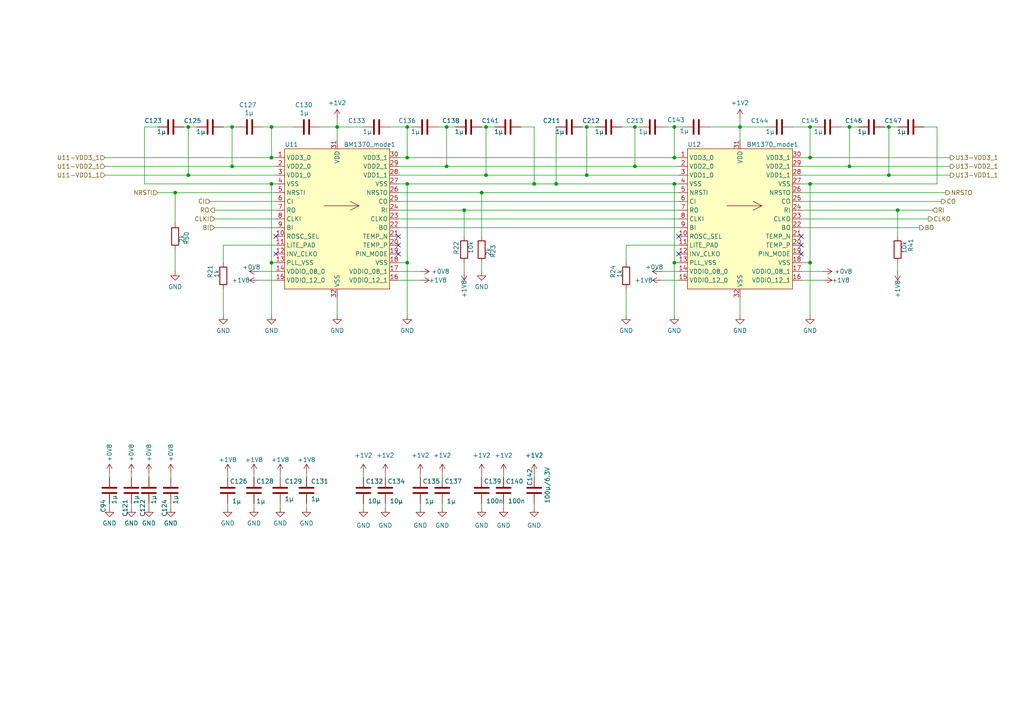
<source format=kicad_sch>
(kicad_sch (version 20231120) (generator "eeschema") (generator_version "8.0")
  (paper "A4")
  (lib_symbols
    (symbol "Device:C" (pin_numbers hide) (pin_names (offset 0.254))
      (property "Reference" "C" (at 0.635 2.54 0))
      (property "Value" "C" (at 0.635 -2.54 0))
      (symbol "C_0_1"
        (polyline (pts (xy -2.032 -0.762) (xy 2.032 -0.762)) (stroke (width 0.508)))
        (polyline (pts (xy -2.032 0.762) (xy 2.032 0.762)) (stroke (width 0.508)))
      )
      (symbol "C_1_1"
        (pin passive line (at 0 3.81 270) (length 2.794) (name "~") (number "1"))
        (pin passive line (at 0 -3.81 90) (length 2.794) (name "~") (number "2"))
      )
    )
    (symbol "Device:R" (pin_numbers hide) (pin_names (offset 0))
      (property "Reference" "R" (at 2.032 0 90))
      (property "Value" "R" (at 0 0 90))
      (symbol "R_0_1"
        (rectangle (start -1.016 -2.54) (end 1.016 2.54) (stroke (width 0.254)))
      )
      (symbol "R_1_1"
        (pin passive line (at 0 3.81 270) (length 1.27) (name "~") (number "1"))
        (pin passive line (at 0 -3.81 90) (length 1.27) (name "~") (number "2"))
      )
    )
    (symbol "GND_7" (power) (pin_names (offset 0))
      (property "Value" "GND_7" (at 0 -3.81 0))
      (symbol "GND_7_0_1"
        (polyline (pts (xy 0 0) (xy 0 -1.27) (xy 1.27 -1.27) (xy 0 -2.54) (xy -1.27 -1.27) (xy 0 -1.27)))
      )
      (symbol "GND_7_1_1"
        (pin power_in line (at 0 0 270) (length 0) hide (name "GND") (number "1"))
      )
    )
    (symbol "bitaxe:BM1370_mode1"
      (property "Reference" "U4" (at -15.24 21.59 0))
      (property "Value" "BM1370_mode1" (at 1.905 21.59 0))
      (symbol "BM1370_mode1_0_1"
        (rectangle (start -15.24 20.32) (end 15.24 -20.32) (fill (type background)))
        (polyline (pts (xy -3.81 3.81) (xy 6.35 3.81)))
        (polyline (pts (xy 3.81 2.54) (xy 6.35 3.81)))
        (polyline (pts (xy 3.81 5.08) (xy 6.35 3.81)))
      )
      (symbol "BM1370_mode1_1_1"
        (pin power_in line (at -17.78 17.78 0) (length 2.54) (name "VDD3_0") (number "1"))
        (pin unspecified line (at -17.78 -5.08 0) (length 2.54) (name "ROSC_SEL") (number "10"))
        (pin unspecified line (at -17.78 -7.62 0) (length 2.54) (name "LITE_PAD") (number "11"))
        (pin unspecified line (at -17.78 -10.16 0) (length 2.54) (name "INV_CLKO") (number "12"))
        (pin power_in line (at -17.78 -12.7 0) (length 2.54) (name "PLL_VSS") (number "13"))
        (pin power_in line (at -17.78 -15.24 0) (length 2.54) (name "VDDIO_08_0") (number "14"))
        (pin power_in line (at -17.78 -17.78 0) (length 2.54) (name "VDDIO_12_0") (number "15"))
        (pin power_in line (at 17.78 -17.78 180) (length 2.54) (name "VDDIO_12_1") (number "16"))
        (pin power_in line (at 17.78 -15.24 180) (length 2.54) (name "VDDIO_08_1") (number "17"))
        (pin power_in line (at 17.78 -12.7 180) (length 2.54) (name "VSS") (number "18"))
        (pin input line (at 17.78 -10.16 180) (length 2.54) (name "PIN_MODE") (number "19"))
        (pin power_in line (at -17.78 15.24 0) (length 2.54) (name "VDD2_0") (number "2"))
        (pin unspecified line (at 17.78 -7.62 180) (length 2.54) (name "TEMP_P") (number "20"))
        (pin unspecified line (at 17.78 -5.08 180) (length 2.54) (name "TEMP_N") (number "21"))
        (pin output line (at 17.78 -2.54 180) (length 2.54) (name "BO") (number "22"))
        (pin output line (at 17.78 0 180) (length 2.54) (name "CLKO") (number "23"))
        (pin input line (at 17.78 2.54 180) (length 2.54) (name "RI") (number "24"))
        (pin output line (at 17.78 5.08 180) (length 2.54) (name "CO") (number "25"))
        (pin output line (at 17.78 7.62 180) (length 2.54) (name "NRSTO") (number "26"))
        (pin power_in line (at 17.78 10.16 180) (length 2.54) (name "VSS") (number "27"))
        (pin power_in line (at 17.78 12.7 180) (length 2.54) (name "VDD1_1") (number "28"))
        (pin power_in line (at 17.78 15.24 180) (length 2.54) (name "VDD2_1") (number "29"))
        (pin power_in line (at -17.78 12.7 0) (length 2.54) (name "VDD1_0") (number "3"))
        (pin power_in line (at 17.78 17.78 180) (length 2.54) (name "VDD3_1") (number "30"))
        (pin power_in line (at 0 22.86 270) (length 2.54) (name "VDD") (number "31"))
        (pin power_in line (at 0 -22.86 90) (length 2.54) (name "VSS") (number "32"))
        (pin power_in line (at -17.78 10.16 0) (length 2.54) (name "VSS") (number "4"))
        (pin input line (at -17.78 7.62 0) (length 2.54) (name "NRSTI") (number "5"))
        (pin input line (at -17.78 5.08 0) (length 2.54) (name "CI") (number "6"))
        (pin output line (at -17.78 2.54 0) (length 2.54) (name "RO") (number "7"))
        (pin input line (at -17.78 0 0) (length 2.54) (name "CLKI") (number "8"))
        (pin input line (at -17.78 -2.54 0) (length 2.54) (name "BI") (number "9"))
      )
    )
    (symbol "mylib7:+0V8" (power) (exclude_from_sim yes) (in_bom no) (on_board no)
      (property "Value" "+0V8" (at 0 3.175 90))
      (symbol "+0V8_0_1"
        (polyline (pts (xy -0.762 1.27) (xy 0 2.54)))
        (polyline (pts (xy 0 0) (xy 0 2.54)))
        (polyline (pts (xy 0 2.54) (xy 0.762 1.27)))
      )
      (symbol "+0V8_1_1"
        (pin power_in line (at 0 0 90) (length 0) hide (name "+0V8") (number "1"))
      )
    )
    (symbol "power:+1V2" (power) (pin_names (offset 0))
      (property "Value" "+1V2" (at 0 3.556 0))
      (symbol "+1V2_0_1"
        (polyline (pts (xy -0.762 1.27) (xy 0 2.54)))
        (polyline (pts (xy 0 0) (xy 0 2.54)))
        (polyline (pts (xy 0 2.54) (xy 0.762 1.27)))
      )
      (symbol "+1V2_1_1"
        (pin power_in line (at 0 0 90) (length 0) hide (name "+1V2") (number "1"))
      )
    )
    (symbol "power:+1V8" (power) (pin_names (offset 0))
      (property "Value" "+1V8" (at 0 3.556 0))
      (symbol "+1V8_0_1"
        (polyline (pts (xy -0.762 1.27) (xy 0 2.54)))
        (polyline (pts (xy 0 0) (xy 0 2.54)))
        (polyline (pts (xy 0 2.54) (xy 0.762 1.27)))
      )
      (symbol "+1V8_1_1"
        (pin power_in line (at 0 0 90) (length 0) hide (name "+1V8") (number "1"))
      )
    )
    (symbol "power:GND" (power) (pin_names (offset 0))
      (property "Value" "GND" (at 0 -3.81 0))
      (symbol "GND_0_1"
        (polyline (pts (xy 0 0) (xy 0 -1.27) (xy 1.27 -1.27) (xy 0 -2.54) (xy -1.27 -1.27) (xy 0 -1.27)))
      )
      (symbol "GND_1_1"
        (pin power_in line (at 0 0 270) (length 0) hide (name "GND") (number "1"))
      )
    )
  )
  (junction (at 118.11 45.72))
  (junction (at 234.95 45.72))
  (junction (at 257.81 50.8))
  (junction (at 184.15 36.83))
  (junction (at 67.31 36.83))
  (junction (at 118.11 36.83))
  (junction (at 170.18 50.8))
  (junction (at 246.38 36.83))
  (junction (at 257.81 36.83))
  (junction (at 78.74 76.2))
  (junction (at 140.97 50.8))
  (junction (at 154.94 53.34))
  (junction (at 195.58 36.83))
  (junction (at 50.8 55.88))
  (junction (at 78.74 45.72))
  (junction (at 54.61 50.8))
  (junction (at 139.7 55.88))
  (junction (at 134.62 60.96))
  (junction (at 67.31 48.26))
  (junction (at 234.95 53.34))
  (junction (at 246.38 48.26))
  (junction (at 234.95 76.2))
  (junction (at 97.79 36.83))
  (junction (at 78.74 36.83))
  (junction (at 195.58 45.72))
  (junction (at 129.54 36.83))
  (junction (at 184.15 48.26))
  (junction (at 118.11 53.34))
  (junction (at 214.63 36.83))
  (junction (at 78.74 53.34))
  (junction (at 195.58 76.2))
  (junction (at 118.11 76.2))
  (junction (at 140.97 36.83))
  (junction (at 260.35 60.96))
  (junction (at 234.95 36.83))
  (junction (at 129.54 48.26))
  (junction (at 54.61 36.83))
  (junction (at 170.18 36.83))
  (junction (at 161.29 53.34))
  (junction (at 195.58 53.34))
  (no_connect (at 196.85 68.58))
  (no_connect (at 115.57 68.58))
  (no_connect (at 115.57 73.66))
  (no_connect (at 196.85 73.66))
  (no_connect (at 232.41 73.66))
  (no_connect (at 115.57 71.12))
  (no_connect (at 232.41 71.12))
  (no_connect (at 80.01 68.58))
  (no_connect (at 80.01 73.66))
  (no_connect (at 232.41 68.58))
  (wire (pts (xy 115.57 50.8) (xy 140.97 50.8)))
  (wire (pts (xy 139.7 146.05) (xy 139.7 147.32)))
  (wire (pts (xy 170.18 36.83) (xy 172.72 36.83)))
  (wire (pts (xy 260.35 60.96) (xy 260.35 68.58)))
  (wire (pts (xy 271.78 53.34) (xy 271.78 36.83)))
  (wire (pts (xy 196.85 53.34) (xy 195.58 53.34)))
  (wire (pts (xy 154.94 36.83) (xy 151.13 36.83)))
  (wire (pts (xy 234.95 53.34) (xy 234.95 76.2)))
  (wire (pts (xy 246.38 48.26) (xy 246.38 36.83)))
  (wire (pts (xy 74.93 81.28) (xy 80.01 81.28)))
  (wire (pts (xy 234.95 53.34) (xy 271.78 53.34)))
  (wire (pts (xy 257.81 50.8) (xy 275.59 50.8)))
  (wire (pts (xy 181.61 71.12) (xy 196.85 71.12)))
  (wire (pts (xy 214.63 34.29) (xy 214.63 36.83)))
  (wire (pts (xy 88.9 146.05) (xy 88.9 147.32)))
  (wire (pts (xy 121.92 146.05) (xy 121.92 147.32)))
  (wire (pts (xy 234.95 36.83) (xy 236.22 36.83)))
  (wire (pts (xy 191.77 81.28) (xy 196.85 81.28)))
  (wire (pts (xy 260.35 76.2) (xy 260.35 78.74)))
  (wire (pts (xy 232.41 53.34) (xy 234.95 53.34)))
  (wire (pts (xy 134.62 60.96) (xy 196.85 60.96)))
  (wire (pts (xy 97.79 34.29) (xy 97.79 36.83)))
  (wire (pts (xy 198.12 36.83) (xy 195.58 36.83)))
  (wire (pts (xy 181.61 83.82) (xy 181.61 91.44)))
  (wire (pts (xy 195.58 76.2) (xy 195.58 91.44)))
  (wire (pts (xy 88.9 138.43) (xy 88.9 137.16)))
  (wire (pts (xy 97.79 86.36) (xy 97.79 91.44)))
  (wire (pts (xy 161.29 53.34) (xy 195.58 53.34)))
  (wire (pts (xy 154.94 53.34) (xy 154.94 36.83)))
  (wire (pts (xy 139.7 36.83) (xy 140.97 36.83)))
  (wire (pts (xy 118.11 53.34) (xy 154.94 53.34)))
  (wire (pts (xy 154.94 53.34) (xy 161.29 53.34)))
  (wire (pts (xy 118.11 76.2) (xy 118.11 91.44)))
  (wire (pts (xy 43.18 137.16) (xy 43.18 138.43)))
  (wire (pts (xy 78.74 76.2) (xy 78.74 91.44)))
  (wire (pts (xy 78.74 53.34) (xy 78.74 76.2)))
  (wire (pts (xy 78.74 53.34) (xy 41.91 53.34)))
  (wire (pts (xy 128.27 146.05) (xy 128.27 147.32)))
  (wire (pts (xy 49.53 137.16) (xy 49.53 138.43)))
  (wire (pts (xy 64.77 71.12) (xy 64.77 76.2)))
  (wire (pts (xy 67.31 36.83) (xy 68.58 36.83)))
  (wire (pts (xy 115.57 66.04) (xy 196.85 66.04)))
  (wire (pts (xy 128.27 137.16) (xy 128.27 138.43)))
  (wire (pts (xy 73.66 137.16) (xy 73.66 138.43)))
  (wire (pts (xy 134.62 60.96) (xy 134.62 68.58)))
  (wire (pts (xy 191.77 78.74) (xy 196.85 78.74)))
  (wire (pts (xy 97.79 36.83) (xy 97.79 40.64)))
  (wire (pts (xy 271.78 36.83) (xy 267.97 36.83)))
  (wire (pts (xy 113.03 36.83) (xy 118.11 36.83)))
  (wire (pts (xy 115.57 45.72) (xy 118.11 45.72)))
  (wire (pts (xy 234.95 45.72) (xy 234.95 36.83)))
  (wire (pts (xy 31.75 137.16) (xy 31.75 138.43)))
  (wire (pts (xy 41.91 53.34) (xy 41.91 36.83)))
  (wire (pts (xy 50.8 72.39) (xy 50.8 78.74)))
  (wire (pts (xy 111.76 146.05) (xy 111.76 147.32)))
  (wire (pts (xy 154.94 137.16) (xy 154.94 138.43)))
  (wire (pts (xy 170.18 50.8) (xy 196.85 50.8)))
  (wire (pts (xy 81.28 138.43) (xy 81.28 137.16)))
  (wire (pts (xy 129.54 48.26) (xy 129.54 36.83)))
  (wire (pts (xy 54.61 36.83) (xy 57.15 36.83)))
  (wire (pts (xy 115.57 78.74) (xy 121.92 78.74)))
  (wire (pts (xy 232.41 76.2) (xy 234.95 76.2)))
  (wire (pts (xy 78.74 36.83) (xy 85.09 36.83)))
  (wire (pts (xy 50.8 55.88) (xy 50.8 64.77)))
  (wire (pts (xy 31.75 146.05) (xy 31.75 147.32)))
  (wire (pts (xy 184.15 36.83) (xy 184.15 48.26)))
  (wire (pts (xy 129.54 48.26) (xy 184.15 48.26)))
  (wire (pts (xy 64.77 71.12) (xy 80.01 71.12)))
  (wire (pts (xy 232.41 55.88) (xy 274.32 55.88)))
  (wire (pts (xy 269.24 63.5) (xy 232.41 63.5)))
  (wire (pts (xy 38.1 146.05) (xy 38.1 147.32)))
  (wire (pts (xy 54.61 50.8) (xy 80.01 50.8)))
  (wire (pts (xy 115.57 53.34) (xy 118.11 53.34)))
  (wire (pts (xy 54.61 50.8) (xy 54.61 36.83)))
  (wire (pts (xy 115.57 81.28) (xy 121.92 81.28)))
  (wire (pts (xy 38.1 137.16) (xy 38.1 138.43)))
  (wire (pts (xy 257.81 36.83) (xy 260.35 36.83)))
  (wire (pts (xy 181.61 71.12) (xy 181.61 76.2)))
  (wire (pts (xy 161.29 36.83) (xy 161.29 53.34)))
  (wire (pts (xy 195.58 76.2) (xy 196.85 76.2)))
  (wire (pts (xy 256.54 36.83) (xy 257.81 36.83)))
  (wire (pts (xy 232.41 81.28) (xy 238.76 81.28)))
  (wire (pts (xy 180.34 36.83) (xy 184.15 36.83)))
  (wire (pts (xy 232.41 66.04) (xy 266.7 66.04)))
  (wire (pts (xy 146.05 137.16) (xy 146.05 138.43)))
  (wire (pts (xy 64.77 83.82) (xy 64.77 91.44)))
  (wire (pts (xy 30.48 45.72) (xy 78.74 45.72)))
  (wire (pts (xy 214.63 36.83) (xy 222.25 36.83)))
  (wire (pts (xy 170.18 36.83) (xy 170.18 50.8)))
  (wire (pts (xy 62.23 63.5) (xy 80.01 63.5)))
  (wire (pts (xy 195.58 45.72) (xy 196.85 45.72)))
  (wire (pts (xy 140.97 36.83) (xy 143.51 36.83)))
  (wire (pts (xy 41.91 36.83) (xy 45.72 36.83)))
  (wire (pts (xy 195.58 53.34) (xy 195.58 76.2)))
  (wire (pts (xy 115.57 58.42) (xy 196.85 58.42)))
  (wire (pts (xy 127 36.83) (xy 129.54 36.83)))
  (wire (pts (xy 140.97 50.8) (xy 170.18 50.8)))
  (wire (pts (xy 232.41 48.26) (xy 246.38 48.26)))
  (wire (pts (xy 67.31 48.26) (xy 67.31 36.83)))
  (wire (pts (xy 115.57 48.26) (xy 129.54 48.26)))
  (wire (pts (xy 168.91 36.83) (xy 170.18 36.83)))
  (wire (pts (xy 115.57 60.96) (xy 134.62 60.96)))
  (wire (pts (xy 50.8 55.88) (xy 80.01 55.88)))
  (wire (pts (xy 78.74 45.72) (xy 80.01 45.72)))
  (wire (pts (xy 139.7 76.2) (xy 139.7 78.74)))
  (wire (pts (xy 74.93 78.74) (xy 80.01 78.74)))
  (wire (pts (xy 43.18 146.05) (xy 43.18 147.32)))
  (wire (pts (xy 232.41 45.72) (xy 234.95 45.72)))
  (wire (pts (xy 205.74 36.83) (xy 214.63 36.83)))
  (wire (pts (xy 111.76 137.16) (xy 111.76 138.43)))
  (wire (pts (xy 62.23 66.04) (xy 80.01 66.04)))
  (wire (pts (xy 118.11 36.83) (xy 119.38 36.83)))
  (wire (pts (xy 64.77 36.83) (xy 67.31 36.83)))
  (wire (pts (xy 118.11 45.72) (xy 195.58 45.72)))
  (wire (pts (xy 246.38 48.26) (xy 275.59 48.26)))
  (wire (pts (xy 214.63 86.36) (xy 214.63 91.44)))
  (wire (pts (xy 195.58 36.83) (xy 195.58 45.72)))
  (wire (pts (xy 67.31 48.26) (xy 80.01 48.26)))
  (wire (pts (xy 105.41 137.16) (xy 105.41 138.43)))
  (wire (pts (xy 232.41 78.74) (xy 238.76 78.74)))
  (wire (pts (xy 92.71 36.83) (xy 97.79 36.83)))
  (wire (pts (xy 115.57 63.5) (xy 196.85 63.5)))
  (wire (pts (xy 62.23 60.96) (xy 80.01 60.96)))
  (wire (pts (xy 105.41 146.05) (xy 105.41 147.32)))
  (wire (pts (xy 140.97 50.8) (xy 140.97 36.83)))
  (wire (pts (xy 229.87 36.83) (xy 234.95 36.83)))
  (wire (pts (xy 234.95 45.72) (xy 275.59 45.72)))
  (wire (pts (xy 73.66 146.05) (xy 73.66 147.32)))
  (wire (pts (xy 243.84 36.83) (xy 246.38 36.83)))
  (wire (pts (xy 134.62 76.2) (xy 134.62 78.74)))
  (wire (pts (xy 139.7 55.88) (xy 196.85 55.88)))
  (wire (pts (xy 234.95 76.2) (xy 234.95 91.44)))
  (wire (pts (xy 129.54 36.83) (xy 132.08 36.83)))
  (wire (pts (xy 53.34 36.83) (xy 54.61 36.83)))
  (wire (pts (xy 49.53 146.05) (xy 49.53 147.32)))
  (wire (pts (xy 214.63 36.83) (xy 214.63 40.64)))
  (wire (pts (xy 139.7 55.88) (xy 139.7 68.58)))
  (wire (pts (xy 78.74 76.2) (xy 80.01 76.2)))
  (wire (pts (xy 118.11 45.72) (xy 118.11 36.83)))
  (wire (pts (xy 232.41 60.96) (xy 260.35 60.96)))
  (wire (pts (xy 273.05 58.42) (xy 232.41 58.42)))
  (wire (pts (xy 66.04 146.05) (xy 66.04 147.32)))
  (wire (pts (xy 115.57 55.88) (xy 139.7 55.88)))
  (wire (pts (xy 184.15 36.83) (xy 185.42 36.83)))
  (wire (pts (xy 81.28 146.05) (xy 81.28 147.32)))
  (wire (pts (xy 30.48 48.26) (xy 67.31 48.26)))
  (wire (pts (xy 257.81 50.8) (xy 257.81 36.83)))
  (wire (pts (xy 60.96 58.42) (xy 80.01 58.42)))
  (wire (pts (xy 139.7 137.16) (xy 139.7 138.43)))
  (wire (pts (xy 76.2 36.83) (xy 78.74 36.83)))
  (wire (pts (xy 115.57 76.2) (xy 118.11 76.2)))
  (wire (pts (xy 193.04 36.83) (xy 195.58 36.83)))
  (wire (pts (xy 121.92 137.16) (xy 121.92 138.43)))
  (wire (pts (xy 146.05 146.05) (xy 146.05 147.32)))
  (wire (pts (xy 232.41 50.8) (xy 257.81 50.8)))
  (wire (pts (xy 118.11 53.34) (xy 118.11 76.2)))
  (wire (pts (xy 184.15 48.26) (xy 196.85 48.26)))
  (wire (pts (xy 246.38 36.83) (xy 248.92 36.83)))
  (wire (pts (xy 260.35 60.96) (xy 270.51 60.96)))
  (wire (pts (xy 97.79 36.83) (xy 105.41 36.83)))
  (wire (pts (xy 66.04 137.16) (xy 66.04 138.43)))
  (wire (pts (xy 30.48 50.8) (xy 54.61 50.8)))
  (wire (pts (xy 78.74 36.83) (xy 78.74 45.72)))
  (wire (pts (xy 80.01 53.34) (xy 78.74 53.34)))
  (wire (pts (xy 45.72 55.88) (xy 50.8 55.88)))
  (wire (pts (xy 154.94 146.05) (xy 154.94 147.32)))
  (hierarchical_label "NRSTO" (shape output) (at 274.32 55.88 0))
  (hierarchical_label "RI" (shape input) (at 270.51 60.96 0))
  (hierarchical_label "U11-VDD3_1" (shape input) (at 30.48 45.72 180))
  (hierarchical_label "BI" (shape input) (at 62.23 66.04 180))
  (hierarchical_label "U13-VDD2_1" (shape output) (at 275.59 48.26 0))
  (hierarchical_label "CLKO" (shape output) (at 269.24 63.5 0))
  (hierarchical_label "CI" (shape input) (at 60.96 58.42 180))
  (hierarchical_label "U11-VDD1_1" (shape input) (at 30.48 50.8 180))
  (hierarchical_label "U11-VDD2_1" (shape input) (at 30.48 48.26 180))
  (hierarchical_label "BO" (shape output) (at 266.7 66.04 0))
  (hierarchical_label "CO" (shape output) (at 273.05 58.42 0))
  (hierarchical_label "RO" (shape output) (at 62.23 60.96 180))
  (hierarchical_label "NRSTI" (shape input) (at 45.72 55.88 180))
  (hierarchical_label "U13-VDD1_1" (shape output) (at 275.59 50.8 0))
  (hierarchical_label "CLKI" (shape input) (at 62.23 63.5 180))
  (hierarchical_label "U13-VDD3_1" (shape output) (at 275.59 45.72 0))
  (symbol (lib_id "bitaxe:BM1370_mode1") (at 214.63 63.5 0) (unit 1)
    (property "Reference" "U12" (at 199.39 41.91 0) (effects (justify left)))
    (property "Value" "BM1370_mode1" (at 216.535 41.91 0) (effects (justify left)))
    (property "Footprint" "Nerd8:BM1370" (effects (hide yes)))
  )
  (symbol (lib_id "power:+1V2") (at 139.7 137.16 0) (unit 1)
    (property "Reference" "#PWR0260" (effects (hide yes)))
    (property "Value" "+1V2" (at 139.7 132.08 0))
  )
  (symbol (lib_id "Device:C") (at 123.19 36.83 90) (unit 1)
    (property "Reference" "C136" (at 120.65 34.29 90) (effects (justify left bottom)))
    (property "Value" "1µ" (at 121.92 37.465 90) (effects (justify left bottom)))
    (property "Footprint" "Capacitor_SMD:C_0805_2012Metric" (effects (hide yes)))
  )
  (symbol (lib_id "power:GND") (at 64.77 91.44 0) (mirror y) (unit 1)
    (property "Reference" "#PWR0234" (effects (hide yes)))
    (property "Value" "GND" (at 64.77 95.885 0))
  )
  (symbol (lib_id "Device:C") (at 121.92 142.24 0) (unit 1)
    (property "Reference" "C135" (at 122.555 140.335 0) (effects (justify left bottom)))
    (property "Value" "1µ" (at 123.19 146.05 0) (effects (justify left bottom)))
    (property "Footprint" "Capacitor_SMD:C_0805_2012Metric" (effects (hide yes)))
  )
  (symbol (lib_id "power:+1V8") (at 88.9 137.16 0) (unit 1)
    (property "Reference" "#PWR0244" (effects (hide yes)))
    (property "Value" "+1V8" (at 88.9 133.35 0))
  )
  (symbol (lib_id "power:+1V8") (at 81.28 137.16 0) (unit 1)
    (property "Reference" "#PWR0242" (effects (hide yes)))
    (property "Value" "+1V8" (at 81.28 133.35 0))
  )
  (symbol (lib_id "Device:C") (at 165.1 36.83 90) (unit 1)
    (property "Reference" "C211" (at 162.56 34.29 90) (effects (justify left bottom)))
    (property "Value" "1µ" (at 163.83 37.465 90) (effects (justify left bottom)))
    (property "Footprint" "Capacitor_SMD:C_0805_2012Metric" (effects (hide yes)))
  )
  (symbol (lib_id "Device:C") (at 264.16 36.83 90) (unit 1)
    (property "Reference" "C147" (at 261.62 34.29 90) (effects (justify left bottom)))
    (property "Value" "1µ" (at 262.89 37.465 90) (effects (justify left bottom)))
    (property "Footprint" "Capacitor_SMD:C_0805_2012Metric" (effects (hide yes)))
  )
  (symbol (lib_id "power:GND") (at 139.7 78.74 0) (mirror y) (unit 1)
    (property "Reference" "#PWR0259" (effects (hide yes)))
    (property "Value" "GND" (at 139.7 83.185 0))
  )
  (symbol (lib_id "power:+1V8") (at 134.62 78.74 180) (unit 1)
    (property "Reference" "#PWR0258" (effects (hide yes)))
    (property "Value" "+1V8" (at 134.62 83.82 90))
  )
  (symbol (lib_id "Device:C") (at 66.04 142.24 0) (unit 1)
    (property "Reference" "C126" (at 66.675 140.335 0) (effects (justify left bottom)))
    (property "Value" "1µ" (at 67.31 146.05 0) (effects (justify left bottom)))
    (property "Footprint" "Capacitor_SMD:C_0805_2012Metric" (effects (hide yes)))
  )
  (symbol (lib_id "power:+1V8") (at 73.66 137.16 0) (unit 1)
    (property "Reference" "#PWR0238" (effects (hide yes)))
    (property "Value" "+1V8" (at 73.66 133.35 0))
  )
  (symbol (lib_id "mylib7:+0V8") (at 38.1 137.16 0) (unit 1)
    (property "Reference" "#U019" (effects (hide yes)))
    (property "Value" "+0V8" (at 38.1 133.985 90) (effects (justify left)))
    (property "Distributor" "-" (effects (hide yes)))
  )
  (symbol (lib_id "Device:C") (at 88.9 142.24 0) (unit 1)
    (property "Reference" "C131" (at 90.17 140.335 0) (effects (justify left bottom)))
    (property "Value" "1µ" (at 90.17 145.415 0) (effects (justify left bottom)))
    (property "Footprint" "Capacitor_SMD:C_0805_2012Metric" (effects (hide yes)))
  )
  (symbol (lib_id "power:+1V2") (at 214.63 34.29 0) (unit 1)
    (property "Reference" "#PWR0269" (effects (hide yes)))
    (property "Value" "+1V2" (at 214.63 29.845 0))
  )
  (symbol (lib_id "power:+1V2") (at 128.27 137.16 0) (unit 1)
    (property "Reference" "#PWR0256" (effects (hide yes)))
    (property "Value" "+1V2" (at 128.27 132.08 0))
  )
  (symbol (lib_id "Device:C") (at 109.22 36.83 90) (unit 1)
    (property "Reference" "C133" (at 106.045 34.29 90) (effects (justify left bottom)))
    (property "Value" "1µ" (at 107.95 37.465 90) (effects (justify left bottom)))
    (property "Footprint" "Capacitor_SMD:C_0805_2012Metric" (effects (hide yes)))
  )
  (symbol (lib_id "power:+1V8") (at 121.92 81.28 270) (unit 1)
    (property "Reference" "#PWR0253" (effects (hide yes)))
    (property "Value" "+1V8" (at 127 81.28 90))
  )
  (symbol (lib_id "power:GND") (at 195.58 91.44 0) (mirror y) (unit 1)
    (property "Reference" "#PWR0268" (effects (hide yes)))
    (property "Value" "GND" (at 195.58 95.885 0))
  )
  (symbol (lib_id "Device:R") (at 260.35 72.39 0) (unit 1)
    (property "Reference" "R41" (at 264.16 71.12 90))
    (property "Value" "10k" (at 262.255 71.755 90))
    (property "Footprint" "Resistor_SMD:R_0805_2012Metric" (effects (hide yes)))
  )
  (symbol (lib_name "GND_7") (lib_id "power:GND") (at 121.92 147.32 0) (unit 1)
    (property "Reference" "#PWR0255" (effects (hide yes)))
    (property "Value" "GND" (at 121.92 152.4 0))
  )
  (symbol (lib_id "power:GND") (at 78.74 91.44 0) (mirror y) (unit 1)
    (property "Reference" "#PWR0241" (effects (hide yes)))
    (property "Value" "GND" (at 78.74 95.885 0))
  )
  (symbol (lib_id "Device:C") (at 240.03 36.83 90) (unit 1)
    (property "Reference" "C145" (at 237.49 34.29 90) (effects (justify left bottom)))
    (property "Value" "1µ" (at 238.76 37.465 90) (effects (justify left bottom)))
    (property "Footprint" "Capacitor_SMD:C_0805_2012Metric" (effects (hide yes)))
  )
  (symbol (lib_id "mylib7:+0V8") (at 74.93 78.74 90) (unit 1)
    (property "Reference" "#U022" (effects (hide yes)))
    (property "Value" "+0V8" (at 75.565 77.47 90) (effects (justify left)))
    (property "Distributor" "-" (effects (hide yes)))
  )
  (symbol (lib_id "power:+1V8") (at 74.93 81.28 90) (unit 1)
    (property "Reference" "#PWR0240" (effects (hide yes)))
    (property "Value" "+1V8" (at 69.85 81.28 90))
  )
  (symbol (lib_id "power:+1V2") (at 105.41 137.16 0) (unit 1)
    (property "Reference" "#PWR0248" (effects (hide yes)))
    (property "Value" "+1V2" (at 105.41 132.08 0))
  )
  (symbol (lib_id "power:GND") (at 43.18 147.32 0) (mirror y) (unit 1)
    (property "Reference" "#PWR0232" (effects (hide yes)))
    (property "Value" "GND" (at 43.18 151.765 0))
  )
  (symbol (lib_id "Device:C") (at 73.66 142.24 0) (unit 1)
    (property "Reference" "C128" (at 74.295 140.335 0) (effects (justify left bottom)))
    (property "Value" "1µ" (at 74.295 146.05 0) (effects (justify left bottom)))
    (property "Footprint" "Capacitor_SMD:C_0805_2012Metric" (effects (hide yes)))
  )
  (symbol (lib_id "power:+1V2") (at 121.92 137.16 0) (unit 1)
    (property "Reference" "#PWR0254" (effects (hide yes)))
    (property "Value" "+1V2" (at 121.92 132.08 0))
  )
  (symbol (lib_id "power:GND") (at 73.66 147.32 0) (mirror y) (unit 1)
    (property "Reference" "#PWR0239" (effects (hide yes)))
    (property "Value" "GND" (at 73.66 151.765 0))
  )
  (symbol (lib_id "power:+1V2") (at 154.94 137.16 0) (unit 1)
    (property "Reference" "#PWR0265" (effects (hide yes)))
    (property "Value" "+1V2" (at 154.94 132.08 0))
  )
  (symbol (lib_id "Device:C") (at 176.53 36.83 90) (unit 1)
    (property "Reference" "C212" (at 173.99 34.29 90) (effects (justify left bottom)))
    (property "Value" "1µ" (at 175.26 37.465 90) (effects (justify left bottom)))
    (property "Footprint" "Capacitor_SMD:C_0805_2012Metric" (effects (hide yes)))
  )
  (symbol (lib_id "power:+1V2") (at 97.79 34.29 0) (unit 1)
    (property "Reference" "#PWR0246" (effects (hide yes)))
    (property "Value" "+1V2" (at 97.79 29.845 0))
  )
  (symbol (lib_name "GND_7") (lib_id "power:GND") (at 105.41 147.32 0) (unit 1)
    (property "Reference" "#PWR0249" (effects (hide yes)))
    (property "Value" "GND" (at 105.41 152.4 0))
  )
  (symbol (lib_id "Device:C") (at 135.89 36.83 90) (unit 1)
    (property "Reference" "C138" (at 133.35 34.29 90) (effects (justify left bottom)))
    (property "Value" "1µ" (at 134.62 37.465 90) (effects (justify left bottom)))
    (property "Footprint" "Capacitor_SMD:C_0805_2012Metric" (effects (hide yes)))
  )
  (symbol (lib_name "GND_7") (lib_id "power:GND") (at 146.05 147.32 0) (unit 1)
    (property "Reference" "#PWR0264" (effects (hide yes)))
    (property "Value" "GND" (at 146.05 152.4 0))
  )
  (symbol (lib_id "Device:C") (at 189.23 36.83 90) (unit 1)
    (property "Reference" "C213" (at 186.69 34.29 90) (effects (justify left bottom)))
    (property "Value" "1µ" (at 187.96 37.465 90) (effects (justify left bottom)))
    (property "Footprint" "Capacitor_SMD:C_0805_2012Metric" (effects (hide yes)))
  )
  (symbol (lib_id "power:GND") (at 81.28 147.32 0) (mirror y) (unit 1)
    (property "Reference" "#PWR0243" (effects (hide yes)))
    (property "Value" "GND" (at 81.28 151.765 0))
  )
  (symbol (lib_id "Device:C") (at 43.18 142.24 180) (unit 1)
    (property "Reference" "C122" (at 40.64 144.78 90) (effects (justify left bottom)))
    (property "Value" "1µ" (at 43.815 143.51 90) (effects (justify left bottom)))
    (property "Footprint" "Capacitor_SMD:C_0805_2012Metric" (effects (hide yes)))
  )
  (symbol (lib_id "Device:C") (at 49.53 36.83 90) (unit 1)
    (property "Reference" "C123" (at 46.99 34.29 90) (effects (justify left bottom)))
    (property "Value" "1µ" (at 48.26 37.465 90) (effects (justify left bottom)))
    (property "Footprint" "Capacitor_SMD:C_0805_2012Metric" (effects (hide yes)))
  )
  (symbol (lib_id "mylib7:+0V8") (at 191.77 78.74 90) (unit 1)
    (property "Reference" "#U024" (effects (hide yes)))
    (property "Value" "+0V8" (at 192.405 77.47 90) (effects (justify left)))
    (property "Distributor" "-" (effects (hide yes)))
  )
  (symbol (lib_id "power:+1V8") (at 260.35 78.74 180) (unit 1)
    (property "Reference" "#PWR0273" (effects (hide yes)))
    (property "Value" "+1V8" (at 260.35 83.82 90))
  )
  (symbol (lib_id "Device:C") (at 111.76 142.24 0) (unit 1)
    (property "Reference" "C134" (at 112.395 140.335 0) (effects (justify left bottom)))
    (property "Value" "10µ" (at 113.03 146.05 0) (effects (justify left bottom)))
    (property "Footprint" "Capacitor_SMD:C_0805_2012Metric" (effects (hide yes)))
    (property "Distributor" "D" (effects (hide yes)))
    (property "Manufacturer" "C2012X5R1E106K125AB" (effects (hide yes)))
    (property "OrderNr" "445-5984-1-ND" (effects (hide yes)))
  )
  (symbol (lib_id "power:+1V8") (at 191.77 81.28 90) (unit 1)
    (property "Reference" "#PWR0267" (effects (hide yes)))
    (property "Value" "+1V8" (at 186.69 81.28 90))
  )
  (symbol (lib_id "mylib7:+0V8") (at 43.18 137.16 0) (unit 1)
    (property "Reference" "#U020" (effects (hide yes)))
    (property "Value" "+0V8" (at 43.18 133.985 90) (effects (justify left)))
    (property "Distributor" "-" (effects (hide yes)))
  )
  (symbol (lib_id "Device:C") (at 201.93 36.83 90) (unit 1)
    (property "Reference" "C143" (at 198.628 34.036 90) (effects (justify left bottom)))
    (property "Value" "1µ" (at 199.898 37.211 90) (effects (justify left bottom)))
    (property "Footprint" "Capacitor_SMD:C_0805_2012Metric" (effects (hide yes)))
  )
  (symbol (lib_id "Device:C") (at 60.96 36.83 90) (unit 1)
    (property "Reference" "C125" (at 58.42 34.29 90) (effects (justify left bottom)))
    (property "Value" "1µ" (at 59.69 37.465 90) (effects (justify left bottom)))
    (property "Footprint" "Capacitor_SMD:C_0805_2012Metric" (effects (hide yes)))
  )
  (symbol (lib_id "Device:C") (at 147.32 36.83 90) (unit 1)
    (property "Reference" "C141" (at 144.78 34.29 90) (effects (justify left bottom)))
    (property "Value" "1µ" (at 146.05 37.465 90) (effects (justify left bottom)))
    (property "Footprint" "Capacitor_SMD:C_0805_2012Metric" (effects (hide yes)))
  )
  (symbol (lib_id "power:GND") (at 31.75 147.32 0) (mirror y) (unit 1)
    (property "Reference" "#PWR0219" (effects (hide yes)))
    (property "Value" "GND" (at 31.75 151.765 0))
  )
  (symbol (lib_name "GND_7") (lib_id "power:GND") (at 128.27 147.32 0) (unit 1)
    (property "Reference" "#PWR0257" (effects (hide yes)))
    (property "Value" "GND" (at 128.27 152.4 0))
  )
  (symbol (lib_id "mylib7:+0V8") (at 31.75 137.16 0) (unit 1)
    (property "Reference" "#U018" (effects (hide yes)))
    (property "Value" "+0V8" (at 31.75 133.985 90) (effects (justify left)))
    (property "Distributor" "-" (effects (hide yes)))
  )
  (symbol (lib_id "Device:R") (at 64.77 80.01 0) (mirror y) (unit 1)
    (property "Reference" "R21" (at 60.96 78.74 90))
    (property "Value" "1k" (at 62.865 79.375 90))
    (property "Footprint" "Resistor_SMD:R_0805_2012Metric" (effects (hide yes)))
  )
  (symbol (lib_id "mylib7:+0V8") (at 121.92 78.74 270) (unit 1)
    (property "Reference" "#U023" (effects (hide yes)))
    (property "Value" "+0V8" (at 125.095 78.74 90) (effects (justify left)))
    (property "Distributor" "-" (effects (hide yes)))
  )
  (symbol (lib_id "Device:C") (at 31.75 142.24 180) (unit 1)
    (property "Reference" "C94" (at 29.21 144.78 90) (effects (justify left bottom)))
    (property "Value" "1µ" (at 32.385 143.51 90) (effects (justify left bottom)))
    (property "Footprint" "Capacitor_SMD:C_0805_2012Metric" (effects (hide yes)))
  )
  (symbol (lib_id "Device:C") (at 38.1 142.24 180) (unit 1)
    (property "Reference" "C121" (at 35.56 144.78 90) (effects (justify left bottom)))
    (property "Value" "1µ" (at 38.735 143.51 90) (effects (justify left bottom)))
    (property "Footprint" "Capacitor_SMD:C_0805_2012Metric" (effects (hide yes)))
  )
  (symbol (lib_id "power:GND") (at 118.11 91.44 0) (mirror y) (unit 1)
    (property "Reference" "#PWR0252" (effects (hide yes)))
    (property "Value" "GND" (at 118.11 95.885 0))
  )
  (symbol (lib_id "power:GND") (at 214.63 91.44 0) (mirror y) (unit 1)
    (property "Reference" "#PWR0270" (effects (hide yes)))
    (property "Value" "GND" (at 214.63 95.885 0))
  )
  (symbol (lib_id "Device:R") (at 50.8 68.58 0) (mirror x) (unit 1)
    (property "Reference" "R50" (at 54.102 69.088 90))
    (property "Value" "2k" (at 52.705 69.215 90))
    (property "Footprint" "Resistor_SMD:R_0805_2012Metric" (effects (hide yes)))
  )
  (symbol (lib_id "Device:C") (at 146.05 142.24 0) (unit 1)
    (property "Reference" "C140" (at 146.685 140.335 0) (effects (justify left bottom)))
    (property "Value" "100n" (at 147.32 146.05 0) (effects (justify left bottom)))
    (property "Footprint" "Capacitor_SMD:C_0805_2012Metric" (effects (hide yes)))
  )
  (symbol (lib_id "Device:C") (at 49.53 142.24 180) (unit 1)
    (property "Reference" "C124" (at 46.99 144.78 90) (effects (justify left bottom)))
    (property "Value" "1µ" (at 50.165 143.51 90) (effects (justify left bottom)))
    (property "Footprint" "Capacitor_SMD:C_0805_2012Metric" (effects (hide yes)))
  )
  (symbol (lib_name "GND_7") (lib_id "power:GND") (at 111.76 147.32 0) (unit 1)
    (property "Reference" "#PWR0251" (effects (hide yes)))
    (property "Value" "GND" (at 111.76 152.4 0))
  )
  (symbol (lib_id "power:GND") (at 66.04 147.32 0) (mirror y) (unit 1)
    (property "Reference" "#PWR0237" (effects (hide yes)))
    (property "Value" "GND" (at 66.04 151.765 0))
  )
  (symbol (lib_id "power:+1V8") (at 66.04 137.16 0) (unit 1)
    (property "Reference" "#PWR0236" (effects (hide yes)))
    (property "Value" "+1V8" (at 66.04 133.35 0))
  )
  (symbol (lib_id "Device:R") (at 181.61 80.01 0) (mirror y) (unit 1)
    (property "Reference" "R24" (at 177.8 78.74 90))
    (property "Value" "1k" (at 179.705 79.375 90))
    (property "Footprint" "Resistor_SMD:R_0805_2012Metric" (effects (hide yes)))
  )
  (symbol (lib_id "Device:C") (at 88.9 36.83 90) (unit 1)
    (property "Reference" "C130" (at 90.678 29.718 90) (effects (justify left bottom)))
    (property "Value" "1µ" (at 89.662 32.004 90) (effects (justify left bottom)))
    (property "Footprint" "Capacitor_SMD:C_0805_2012Metric" (effects (hide yes)))
  )
  (symbol (lib_id "power:GND") (at 97.79 91.44 0) (mirror y) (unit 1)
    (property "Reference" "#PWR0247" (effects (hide yes)))
    (property "Value" "GND" (at 97.79 95.885 0))
  )
  (symbol (lib_id "Device:R") (at 134.62 72.39 0) (unit 1)
    (property "Reference" "R22" (at 132.334 71.882 90))
    (property "Value" "10k" (at 136.525 71.755 90))
    (property "Footprint" "Resistor_SMD:R_0805_2012Metric" (effects (hide yes)))
  )
  (symbol (lib_id "power:GND") (at 49.53 147.32 0) (mirror y) (unit 1)
    (property "Reference" "#PWR0233" (effects (hide yes)))
    (property "Value" "GND" (at 49.53 151.765 0))
  )
  (symbol (lib_id "Device:C") (at 128.27 142.24 0) (unit 1)
    (property "Reference" "C137" (at 128.905 140.335 0) (effects (justify left bottom)))
    (property "Value" "1µ" (at 129.54 146.05 0) (effects (justify left bottom)))
    (property "Footprint" "Capacitor_SMD:C_0805_2012Metric" (effects (hide yes)))
  )
  (symbol (lib_id "power:GND") (at 38.1 147.32 0) (mirror y) (unit 1)
    (property "Reference" "#PWR0231" (effects (hide yes)))
    (property "Value" "GND" (at 38.1 151.765 0))
  )
  (symbol (lib_id "Device:C") (at 226.06 36.83 90) (unit 1)
    (property "Reference" "C144" (at 222.885 34.29 90) (effects (justify left bottom)))
    (property "Value" "1µ" (at 224.79 37.465 90) (effects (justify left bottom)))
    (property "Footprint" "Capacitor_SMD:C_0805_2012Metric" (effects (hide yes)))
  )
  (symbol (lib_id "Device:C") (at 154.94 142.24 0) (unit 1)
    (property "Reference" "C142" (at 153.67 140.97 90) (effects (justify left)))
    (property "Value" "100µ/6.3V" (at 158.75 146.05 90) (effects (justify left)))
    (property "Footprint" "Capacitor_SMD:C_1210_3225Metric" (effects (hide yes)))
    (property "Distributor" "D" (effects (hide yes)))
    (property "Manufacturer" "C1210C107M8PAC7800" (effects (hide yes)))
    (property "OrderNr" "399-C1210C107M8PAC7800CT-ND" (effects (hide yes)))
  )
  (symbol (lib_id "Device:C") (at 252.73 36.83 90) (unit 1)
    (property "Reference" "C146" (at 250.19 34.29 90) (effects (justify left bottom)))
    (property "Value" "1µ" (at 251.46 37.465 90) (effects (justify left bottom)))
    (property "Footprint" "Capacitor_SMD:C_0805_2012Metric" (effects (hide yes)))
  )
  (symbol (lib_id "power:GND") (at 234.95 91.44 0) (mirror y) (unit 1)
    (property "Reference" "#PWR0271" (effects (hide yes)))
    (property "Value" "GND" (at 234.95 95.885 0))
  )
  (symbol (lib_id "mylib7:+0V8") (at 238.76 78.74 270) (unit 1)
    (property "Reference" "#U025" (effects (hide yes)))
    (property "Value" "+0V8" (at 241.935 78.74 90) (effects (justify left)))
    (property "Distributor" "-" (effects (hide yes)))
  )
  (symbol (lib_id "power:+1V2") (at 146.05 137.16 0) (unit 1)
    (property "Reference" "#PWR0263" (effects (hide yes)))
    (property "Value" "+1V2" (at 146.05 132.08 0))
  )
  (symbol (lib_id "power:GND") (at 154.94 147.32 0) (mirror y) (unit 1)
    (property "Reference" "#PWR0266" (effects (hide yes)))
    (property "Value" "GND" (at 154.94 152.4 0))
  )
  (symbol (lib_id "Device:C") (at 105.41 142.24 0) (unit 1)
    (property "Reference" "C132" (at 106.045 140.335 0) (effects (justify left bottom)))
    (property "Value" "10µ" (at 106.68 146.05 0) (effects (justify left bottom)))
    (property "Footprint" "Capacitor_SMD:C_0805_2012Metric" (effects (hide yes)))
    (property "Distributor" "D" (effects (hide yes)))
    (property "Manufacturer" "C2012X5R1E106K125AB" (effects (hide yes)))
    (property "OrderNr" "445-5984-1-ND" (effects (hide yes)))
  )
  (symbol (lib_id "mylib7:+0V8") (at 49.53 137.16 0) (unit 1)
    (property "Reference" "#U021" (effects (hide yes)))
    (property "Value" "+0V8" (at 49.53 133.985 90) (effects (justify left)))
    (property "Distributor" "-" (effects (hide yes)))
  )
  (symbol (lib_id "power:+1V8") (at 238.76 81.28 270) (unit 1)
    (property "Reference" "#PWR0272" (effects (hide yes)))
    (property "Value" "+1V8" (at 243.84 81.28 90))
  )
  (symbol (lib_id "power:GND") (at 50.8 78.74 0) (mirror y) (unit 1)
    (property "Reference" "#PWR0340" (effects (hide yes)))
    (property "Value" "GND" (at 50.8 83.185 0))
  )
  (symbol (lib_id "bitaxe:BM1370_mode1") (at 97.79 63.5 0) (unit 1)
    (property "Reference" "U11" (at 82.55 41.91 0) (effects (justify left)))
    (property "Value" "BM1370_mode1" (at 99.695 41.91 0) (effects (justify left)))
    (property "Footprint" "Nerd8:BM1370" (effects (hide yes)))
  )
  (symbol (lib_id "power:GND") (at 181.61 91.44 0) (mirror y) (unit 1)
    (property "Reference" "#PWR0262" (effects (hide yes)))
    (property "Value" "GND" (at 181.61 95.885 0))
  )
  (symbol (lib_id "Device:C") (at 139.7 142.24 0) (unit 1)
    (property "Reference" "C139" (at 140.335 140.335 0) (effects (justify left bottom)))
    (property "Value" "100n" (at 140.97 146.05 0) (effects (justify left bottom)))
    (property "Footprint" "Capacitor_SMD:C_0805_2012Metric" (effects (hide yes)))
  )
  (symbol (lib_id "power:+1V2") (at 111.76 137.16 0) (unit 1)
    (property "Reference" "#PWR0250" (effects (hide yes)))
    (property "Value" "+1V2" (at 111.76 132.08 0))
  )
  (symbol (lib_id "Device:C") (at 72.39 36.83 90) (unit 1)
    (property "Reference" "C127" (at 74.422 29.718 90) (effects (justify left bottom)))
    (property "Value" "1µ" (at 73.66 32.004 90) (effects (justify left bottom)))
    (property "Footprint" "Capacitor_SMD:C_0805_2012Metric" (effects (hide yes)))
  )
  (symbol (lib_name "GND_7") (lib_id "power:GND") (at 139.7 147.32 0) (unit 1)
    (property "Reference" "#PWR0261" (effects (hide yes)))
    (property "Value" "GND" (at 139.7 152.4 0))
  )
  (symbol (lib_id "power:GND") (at 88.9 147.32 0) (mirror y) (unit 1)
    (property "Reference" "#PWR0245" (effects (hide yes)))
    (property "Value" "GND" (at 88.9 151.765 0))
  )
  (symbol (lib_id "Device:C") (at 81.28 142.24 0) (unit 1)
    (property "Reference" "C129" (at 82.55 140.335 0) (effects (justify left bottom)))
    (property "Value" "1µ" (at 82.55 145.415 0) (effects (justify left bottom)))
    (property "Footprint" "Capacitor_SMD:C_0805_2012Metric" (effects (hide yes)))
  )
  (symbol (lib_id "Device:R") (at 139.7 72.39 0) (mirror x) (unit 1)
    (property "Reference" "R23" (at 143.002 72.898 90))
    (property "Value" "2k" (at 141.605 73.025 90))
    (property "Footprint" "Resistor_SMD:R_0805_2012Metric" (effects (hide yes)))
  )
)
</source>
